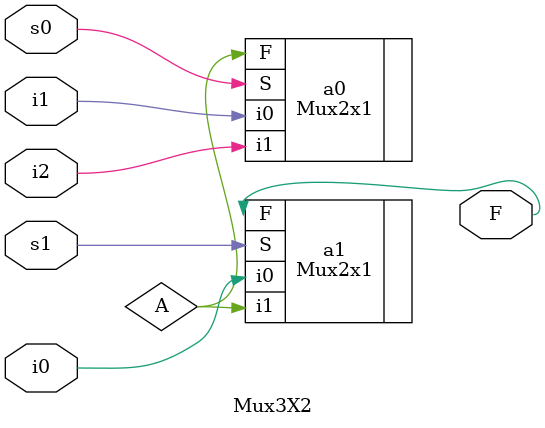
<source format=v>
module Mux3X2(i0, i1, i2, s0, s1, F);
	input i0, i1, i2, s0, s1;
	output F;
	
	wire A;
	
	Mux2x1	a0(.i0(i1), .i1(i2), .S(s0), .F(A));
	Mux2x1	a1(.i0(i0), .i1(A), .S(s1), .F(F));
	
endmodule
	
</source>
